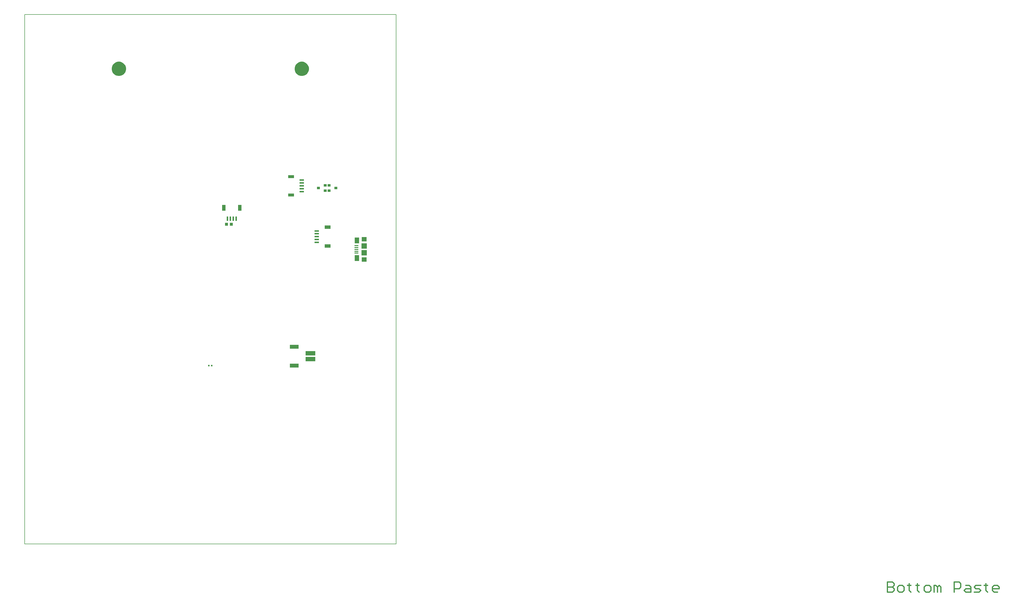
<source format=gbp>
G04*
G04 #@! TF.GenerationSoftware,Altium Limited,Altium Designer,20.0.13 (296)*
G04*
G04 Layer_Color=128*
%FSLAX25Y25*%
%MOIN*%
G70*
G01*
G75*
%ADD10C,0.01575*%
%ADD11R,0.07087X0.05906*%
%ADD12C,0.00591*%
%ADD13R,0.06102X0.02362*%
%ADD14R,0.07874X0.04724*%
%ADD15R,0.06299X0.08268*%
%ADD16R,0.07480X0.07480*%
%ADD17R,0.05315X0.01575*%
%ADD18R,0.07874X0.03937*%
%ADD19R,0.03937X0.03347*%
%ADD20R,0.03937X0.03347*%
%ADD21R,0.04331X0.03937*%
%ADD22R,0.02362X0.06102*%
%ADD23R,0.04724X0.07874*%
%ADD24R,0.01968X0.02362*%
%ADD25R,0.12205X0.05512*%
%ADD26R,0.13386X0.05906*%
G36*
X-125984Y529528D02*
X-125015D01*
X-123113Y529906D01*
X-121322Y530648D01*
X-119710Y531725D01*
X-118339Y533096D01*
X-117262Y534708D01*
X-116520Y536499D01*
X-116142Y538401D01*
Y539370D01*
Y540340D01*
X-116520Y542241D01*
X-117262Y544032D01*
X-118339Y545644D01*
X-119710Y547015D01*
X-121322Y548092D01*
X-123113Y548834D01*
X-125015Y549213D01*
X-125984D01*
X-126954D01*
X-128855Y548834D01*
X-130646Y548092D01*
X-132258Y547015D01*
X-133629Y545644D01*
X-134706Y544032D01*
X-135449Y542241D01*
X-135827Y540340D01*
Y539370D01*
Y538401D01*
X-135449Y536499D01*
X-134706Y534708D01*
X-133629Y533096D01*
X-132258Y531725D01*
X-130646Y530648D01*
X-128855Y529906D01*
X-126954Y529528D01*
X-125984D01*
D01*
D02*
G37*
G36*
X125984D02*
X126954D01*
X128855Y529906D01*
X130647Y530648D01*
X132258Y531725D01*
X133630Y533096D01*
X134707Y534708D01*
X135449Y536499D01*
X135827Y538401D01*
Y539370D01*
Y540340D01*
X135449Y542241D01*
X134707Y544032D01*
X133630Y545644D01*
X132258Y547015D01*
X130647Y548092D01*
X128855Y548834D01*
X126954Y549213D01*
X125984D01*
X125015D01*
X123113Y548834D01*
X121322Y548092D01*
X119710Y547015D01*
X118339Y545644D01*
X117262Y544032D01*
X116520Y542241D01*
X116142Y540340D01*
Y539370D01*
Y538401D01*
X116520Y536499D01*
X117262Y534708D01*
X118339Y533096D01*
X119710Y531725D01*
X121322Y530648D01*
X123113Y529906D01*
X125015Y529528D01*
X125984D01*
D01*
D02*
G37*
D10*
X932685Y-168552D02*
Y-182327D01*
X939572D01*
X941868Y-180031D01*
Y-177735D01*
X939572Y-175439D01*
X932685D01*
X939572D01*
X941868Y-173144D01*
Y-170848D01*
X939572Y-168552D01*
X932685D01*
X948756Y-182327D02*
X953347D01*
X955643Y-180031D01*
Y-175439D01*
X953347Y-173144D01*
X948756D01*
X946460Y-175439D01*
Y-180031D01*
X948756Y-182327D01*
X962531Y-170848D02*
Y-173144D01*
X960235D01*
X964827D01*
X962531D01*
Y-180031D01*
X964827Y-182327D01*
X974010Y-170848D02*
Y-173144D01*
X971714D01*
X976306D01*
X974010D01*
Y-180031D01*
X976306Y-182327D01*
X985489D02*
X990081D01*
X992377Y-180031D01*
Y-175439D01*
X990081Y-173144D01*
X985489D01*
X983193Y-175439D01*
Y-180031D01*
X985489Y-182327D01*
X996968D02*
Y-173144D01*
X999264D01*
X1001560Y-175439D01*
Y-182327D01*
Y-175439D01*
X1003856Y-173144D01*
X1006152Y-175439D01*
Y-182327D01*
X1024519D02*
Y-168552D01*
X1031406D01*
X1033702Y-170848D01*
Y-175439D01*
X1031406Y-177735D01*
X1024519D01*
X1040590Y-173144D02*
X1045181D01*
X1047477Y-175439D01*
Y-182327D01*
X1040590D01*
X1038294Y-180031D01*
X1040590Y-177735D01*
X1047477D01*
X1052069Y-182327D02*
X1058956D01*
X1061252Y-180031D01*
X1058956Y-177735D01*
X1054365D01*
X1052069Y-175439D01*
X1054365Y-173144D01*
X1061252D01*
X1068140Y-170848D02*
Y-173144D01*
X1065844D01*
X1070436D01*
X1068140D01*
Y-180031D01*
X1070436Y-182327D01*
X1084211D02*
X1079619D01*
X1077323Y-180031D01*
Y-175439D01*
X1079619Y-173144D01*
X1084211D01*
X1086506Y-175439D01*
Y-177735D01*
X1077323D01*
D11*
X211899Y276358D02*
D03*
Y304310D02*
D03*
D12*
X255905Y614173D02*
X255906Y-116142D01*
X-255906D02*
X-255906Y614173D01*
X-255906Y-116142D02*
X255906D01*
X-255906Y614173D02*
X255906D01*
D13*
X146555Y303937D02*
D03*
Y311811D02*
D03*
Y315748D02*
D03*
Y307874D02*
D03*
Y300000D02*
D03*
X125984Y385827D02*
D03*
Y377953D02*
D03*
Y370079D02*
D03*
Y374016D02*
D03*
Y381890D02*
D03*
D14*
X161417Y294882D02*
D03*
Y320866D02*
D03*
D15*
X201762Y278130D02*
D03*
Y302539D02*
D03*
D16*
X211801Y285610D02*
D03*
Y295059D02*
D03*
D17*
X201270Y285216D02*
D03*
Y295453D02*
D03*
Y292894D02*
D03*
Y287776D02*
D03*
Y290335D02*
D03*
D18*
X111122Y365354D02*
D03*
Y390551D02*
D03*
D19*
X163583Y371260D02*
D03*
X173031Y375000D02*
D03*
X158268Y378740D02*
D03*
X148819Y375000D02*
D03*
D20*
X163583Y378740D02*
D03*
X158268Y371260D02*
D03*
D21*
X28937Y324803D02*
D03*
X22244D02*
D03*
D22*
X31496Y332677D02*
D03*
X23622D02*
D03*
X27559D02*
D03*
X35433D02*
D03*
D23*
X18504Y347539D02*
D03*
X40551D02*
D03*
D24*
X1969Y129921D02*
D03*
X-1969D02*
D03*
D25*
X115551Y129921D02*
D03*
Y155905D02*
D03*
D26*
X137795Y138976D02*
D03*
Y146850D02*
D03*
M02*

</source>
